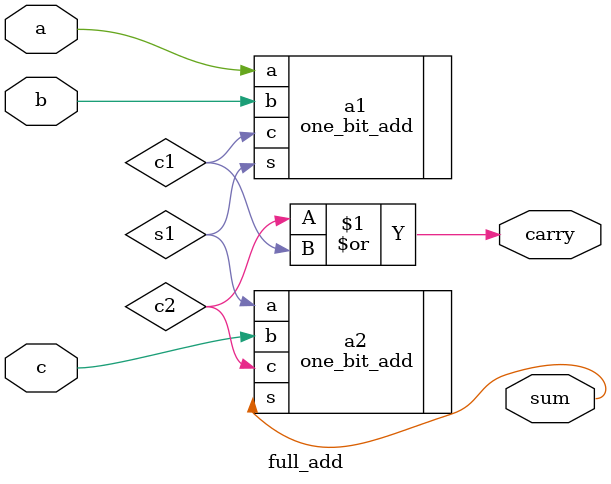
<source format=v>
module full_add(input a, input b, input c,output sum, output carry);

wire s1,c1,c2;
one_bit_add a1(.a(a),.b(b),.s(s1),.c(c1));
one_bit_add a2(.a(s1),.b(c),.s(sum),.c(c2));
assign carry = c2|c1;

endmodule

</source>
